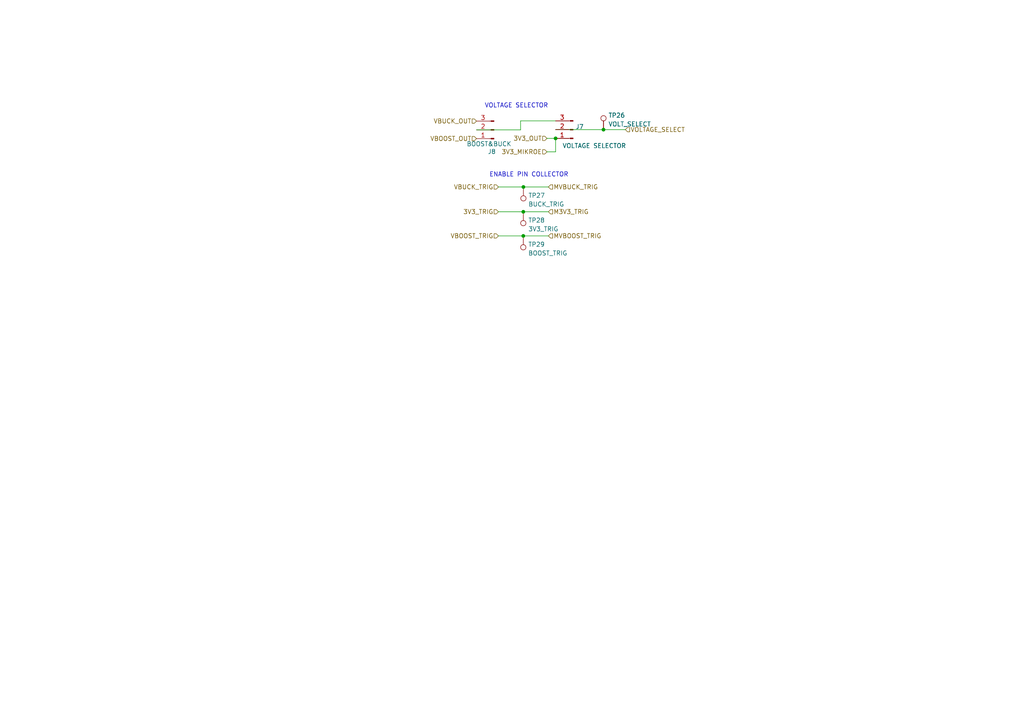
<source format=kicad_sch>
(kicad_sch (version 20230121) (generator eeschema)
  (paper "A4")
  (lib_symbols
    (symbol "Connector:Conn_01x03_Male" (pin_names (offset 1.016) hide)
      (property "Reference" "J" (at 0 5.08 0))
      (property "Value" "Conn_01x03_Male" (at 0 -5.08 0))
      (symbol "Conn_01x03_Male_1_1"
        (polyline (pts (xy 1.27 -2.54) (xy 0.8636 -2.54)) (stroke (width 0.1524)))
        (polyline (pts (xy 1.27 0) (xy 0.8636 0)) (stroke (width 0.1524)))
        (polyline (pts (xy 1.27 2.54) (xy 0.8636 2.54)) (stroke (width 0.1524)))
        (rectangle (start 0.8636 -2.413) (end 0 -2.667) (stroke (width 0.1524)) (fill (type outline)))
        (rectangle (start 0.8636 0.127) (end 0 -0.127) (stroke (width 0.1524)) (fill (type outline)))
        (rectangle (start 0.8636 2.667) (end 0 2.413) (stroke (width 0.1524)) (fill (type outline)))
        (pin passive line (at 5.08 2.54 180) (length 3.81) (name "Pin_1") (number "1"))
        (pin passive line (at 5.08 0 180) (length 3.81) (name "Pin_2") (number "2"))
        (pin passive line (at 5.08 -2.54 180) (length 3.81) (name "Pin_3") (number "3"))
      )
    )
    (symbol "Connector:TestPoint" (pin_numbers hide) (pin_names (offset 0.762) hide)
      (property "Reference" "TP" (at 0 6.858 0))
      (property "Value" "TestPoint" (at 0 5.08 0))
      (symbol "TestPoint_0_1"
        (circle (center 0 3.302) (radius 0.762))
      )
      (symbol "TestPoint_1_1"
        (pin passive line (at 0 0 90) (length 2.54) (name "1") (number "1"))
      )
    )
  )
  (junction (at 151.7798 61.4217))
  (junction (at 175.037 37.6006))
  (junction (at 151.8099 54.2287))
  (junction (at 161.1438 40.1406))
  (junction (at 151.7727 68.4254))
  (wire (pts (xy 138.1993 37.665) (xy 150.9891 37.665)))
  (wire (pts (xy 158.6444 40.1406) (xy 161.1438 40.1406)))
  (wire (pts (xy 144.5635 54.2287) (xy 151.8099 54.2287)))
  (wire (pts (xy 161.1438 44.0383) (xy 161.1438 40.1406)))
  (wire (pts (xy 151.7727 68.4254) (xy 159.054 68.4254)))
  (wire (pts (xy 151.8099 54.2287) (xy 159.054 54.2287)))
  (wire (pts (xy 158.6444 44.0383) (xy 161.1438 44.0383)))
  (wire (pts (xy 150.9891 35.0606) (xy 161.1438 35.0606)))
  (wire (pts (xy 144.5635 68.4254) (xy 151.7727 68.4254)))
  (wire (pts (xy 151.7798 61.4217) (xy 159.054 61.4217)))
  (wire (pts (xy 161.1438 37.6006) (xy 175.037 37.6006)))
  (wire (pts (xy 144.5635 61.4217) (xy 151.7798 61.4217)))
  (wire (pts (xy 175.037 37.6006) (xy 181.3771 37.6006)))
  (wire (pts (xy 150.9891 37.665) (xy 150.9891 35.0606)))
  (text "VOLTAGE SELECTOR" (at 140.548 31.4777 0) (effects (font (size 1.27 1.27)) (justify left bottom)))
  (text "ENABLE PIN COLLECTOR\n" (at 141.9015 51.4896 0) (effects (font (size 1.27 1.27)) (justify left bottom)))
  (hierarchical_label "M3V3_TRIG" (shape input) (at 159.054 61.4217 0))
  (hierarchical_label "MVBUCK_TRIG" (shape input) (at 159.054 54.2287 0))
  (hierarchical_label "VOLTAGE_SELECT" (shape input) (at 181.3771 37.6006 0))
  (hierarchical_label "3V3_OUT" (shape input) (at 158.6444 40.1406 180))
  (hierarchical_label "VBOOST_OUT" (shape input) (at 138.1993 40.205 180))
  (hierarchical_label "VBUCK_TRIG" (shape input) (at 144.5635 54.2287 180))
  (hierarchical_label "VBUCK_OUT" (shape input) (at 138.1993 35.125 180))
  (hierarchical_label "3V3_MIKROE" (shape input) (at 158.6444 44.0383 180))
  (hierarchical_label "MVBOOST_TRIG" (shape input) (at 159.054 68.4254 0))
  (hierarchical_label "3V3_TRIG" (shape input) (at 144.5635 61.4217 180))
  (hierarchical_label "VBOOST_TRIG" (shape input) (at 144.5635 68.4254 180))
  (symbol (lib_id "Connector:TestPoint") (at 175.037 37.6006 0) (unit 1)
    (property "Reference" "TP26" (at 176.434 33.4639 0) (effects (justify left)))
    (property "Value" "VOLT_SELECT" (at 176.434 36.0008 0) (effects (justify left)))
    (property "Footprint" "TestPoint:TestPoint_Pad_D1.0mm" (effects hide))
  )
  (symbol (lib_id "Connector:TestPoint") (at 151.7798 61.4217 180) (unit 1)
    (property "Reference" "TP28" (at 153.1768 63.889 0) (effects (justify right)))
    (property "Value" "3V3_TRIG" (at 153.1768 66.4259 0) (effects (justify right)))
    (property "Footprint" "TestPoint:TestPoint_Pad_D1.0mm" (effects hide))
  )
  (symbol (lib_id "Connector:Conn_01x03_Male") (at 166.2238 37.6006 180) (unit 1)
    (property "Reference" "J7" (at 166.935 36.7659 0) (effects (justify right)))
    (property "Value" "VOLTAGE SELECTOR" (at 163.113 42.2838 0) (effects (justify right)))
    (property "Footprint" "Connector_PinSocket_2.54mm:PinSocket_1x03_P2.54mm_Vertical_SMD_Pin1Left" (effects hide))
    (property "Datasheet" "https://cdn.amphenol-cs.com/media/wysiwyg/files/drawing/10129380.pdf" (effects hide))
    (property "Manufacturer_Name" "Amphenol ICC (FCI)" (effects hide))
    (property "Manufacturer_Part_Number" "10129380-905002BLF" (effects hide))
    (property "Price" "7.13780" (effects hide))
    (property "Purchase-URL" "https://www.digikey.ph/en/products/detail/amphenol-cs-fci/10129380-905002BLF/7916044" (effects hide))
  )
  (symbol (lib_id "Connector:Conn_01x03_Male") (at 143.2793 37.665 180) (unit 1)
    (property "Reference" "J8" (at 142.6443 43.981 0))
    (property "Value" "BOOST&BUCK" (at 141.846 41.745 0))
    (property "Footprint" "Connector_PinSocket_2.54mm:PinSocket_1x03_P2.54mm_Vertical_SMD_Pin1Left" (effects hide))
    (property "Datasheet" "https://cdn.amphenol-cs.com/media/wysiwyg/files/drawing/10129380.pdf" (effects hide))
    (property "Manufacturer_Name" "Amphenol ICC (FCI)" (effects hide))
    (property "Manufacturer_Part_Number" "10129380-905002BLF" (effects hide))
    (property "Price" "7.13780" (effects hide))
    (property "Purchase-URL" "https://www.digikey.ph/en/products/detail/amphenol-cs-fci/10129380-905002BLF/7916044" (effects hide))
  )
  (symbol (lib_id "Connector:TestPoint") (at 151.8099 54.2287 180) (unit 1)
    (property "Reference" "TP27" (at 153.2069 56.696 0) (effects (justify right)))
    (property "Value" "BUCK_TRIG" (at 153.2069 59.2329 0) (effects (justify right)))
    (property "Footprint" "TestPoint:TestPoint_Pad_D1.0mm" (effects hide))
  )
  (symbol (lib_id "Connector:TestPoint") (at 151.7727 68.4254 180) (unit 1)
    (property "Reference" "TP29" (at 153.1697 70.8927 0) (effects (justify right)))
    (property "Value" "BOOST_TRIG" (at 153.1697 73.4296 0) (effects (justify right)))
    (property "Footprint" "TestPoint:TestPoint_Pad_D1.0mm" (effects hide))
  )
)
</source>
